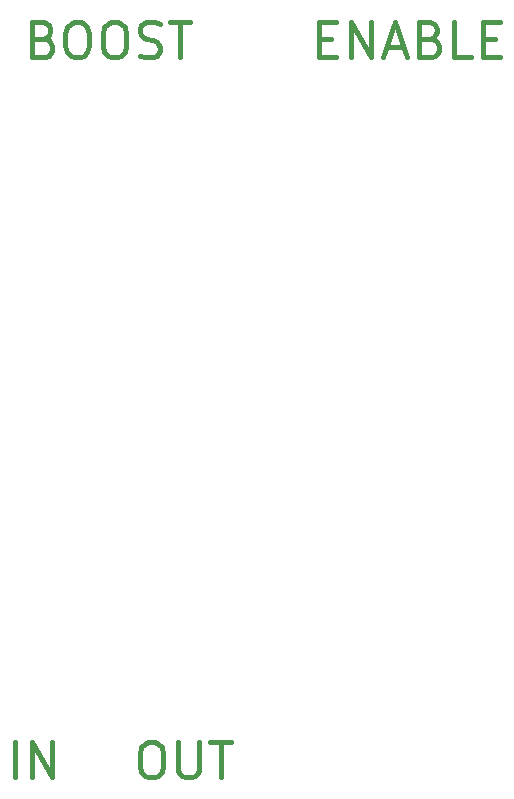
<source format=gbr>
%TF.GenerationSoftware,KiCad,Pcbnew,(6.0.5)*%
%TF.CreationDate,2023-01-21T13:23:26-05:00*%
%TF.ProjectId,valve_distortion,76616c76-655f-4646-9973-746f7274696f,rev?*%
%TF.SameCoordinates,Original*%
%TF.FileFunction,Legend,Top*%
%TF.FilePolarity,Positive*%
%FSLAX46Y46*%
G04 Gerber Fmt 4.6, Leading zero omitted, Abs format (unit mm)*
G04 Created by KiCad (PCBNEW (6.0.5)) date 2023-01-21 13:23:26*
%MOMM*%
%LPD*%
G01*
G04 APERTURE LIST*
%ADD10C,0.450000*%
%ADD11C,0.300000*%
%ADD12C,6.350000*%
%ADD13C,8.000000*%
%ADD14C,3.200000*%
%ADD15C,7.000000*%
%ADD16C,5.000000*%
G04 APERTURE END LIST*
D10*
X67630000Y-156417142D02*
X68201428Y-156417142D01*
X68487142Y-156560000D01*
X68772857Y-156845714D01*
X68915714Y-157417142D01*
X68915714Y-158417142D01*
X68772857Y-158988571D01*
X68487142Y-159274285D01*
X68201428Y-159417142D01*
X67630000Y-159417142D01*
X67344285Y-159274285D01*
X67058571Y-158988571D01*
X66915714Y-158417142D01*
X66915714Y-157417142D01*
X67058571Y-156845714D01*
X67344285Y-156560000D01*
X67630000Y-156417142D01*
X70201428Y-156417142D02*
X70201428Y-158845714D01*
X70344285Y-159131428D01*
X70487142Y-159274285D01*
X70772857Y-159417142D01*
X71344285Y-159417142D01*
X71630000Y-159274285D01*
X71772857Y-159131428D01*
X71915714Y-158845714D01*
X71915714Y-156417142D01*
X72915714Y-156417142D02*
X74630000Y-156417142D01*
X73772857Y-159417142D02*
X73772857Y-156417142D01*
X56358571Y-159417142D02*
X56358571Y-156417142D01*
X57787142Y-159417142D02*
X57787142Y-156417142D01*
X59501428Y-159417142D01*
X59501428Y-156417142D01*
X58780000Y-96885714D02*
X59208571Y-97028571D01*
X59351428Y-97171428D01*
X59494285Y-97457142D01*
X59494285Y-97885714D01*
X59351428Y-98171428D01*
X59208571Y-98314285D01*
X58922857Y-98457142D01*
X57780000Y-98457142D01*
X57780000Y-95457142D01*
X58780000Y-95457142D01*
X59065714Y-95600000D01*
X59208571Y-95742857D01*
X59351428Y-96028571D01*
X59351428Y-96314285D01*
X59208571Y-96600000D01*
X59065714Y-96742857D01*
X58780000Y-96885714D01*
X57780000Y-96885714D01*
X61351428Y-95457142D02*
X61922857Y-95457142D01*
X62208571Y-95600000D01*
X62494285Y-95885714D01*
X62637142Y-96457142D01*
X62637142Y-97457142D01*
X62494285Y-98028571D01*
X62208571Y-98314285D01*
X61922857Y-98457142D01*
X61351428Y-98457142D01*
X61065714Y-98314285D01*
X60780000Y-98028571D01*
X60637142Y-97457142D01*
X60637142Y-96457142D01*
X60780000Y-95885714D01*
X61065714Y-95600000D01*
X61351428Y-95457142D01*
X64494285Y-95457142D02*
X65065714Y-95457142D01*
X65351428Y-95600000D01*
X65637142Y-95885714D01*
X65780000Y-96457142D01*
X65780000Y-97457142D01*
X65637142Y-98028571D01*
X65351428Y-98314285D01*
X65065714Y-98457142D01*
X64494285Y-98457142D01*
X64208571Y-98314285D01*
X63922857Y-98028571D01*
X63780000Y-97457142D01*
X63780000Y-96457142D01*
X63922857Y-95885714D01*
X64208571Y-95600000D01*
X64494285Y-95457142D01*
X66922857Y-98314285D02*
X67351428Y-98457142D01*
X68065714Y-98457142D01*
X68351428Y-98314285D01*
X68494285Y-98171428D01*
X68637142Y-97885714D01*
X68637142Y-97600000D01*
X68494285Y-97314285D01*
X68351428Y-97171428D01*
X68065714Y-97028571D01*
X67494285Y-96885714D01*
X67208571Y-96742857D01*
X67065714Y-96600000D01*
X66922857Y-96314285D01*
X66922857Y-96028571D01*
X67065714Y-95742857D01*
X67208571Y-95600000D01*
X67494285Y-95457142D01*
X68208571Y-95457142D01*
X68637142Y-95600000D01*
X69494285Y-95457142D02*
X71208571Y-95457142D01*
X70351428Y-98457142D02*
X70351428Y-95457142D01*
X82108571Y-96885714D02*
X83108571Y-96885714D01*
X83537142Y-98457142D02*
X82108571Y-98457142D01*
X82108571Y-95457142D01*
X83537142Y-95457142D01*
X84822857Y-98457142D02*
X84822857Y-95457142D01*
X86537142Y-98457142D01*
X86537142Y-95457142D01*
X87822857Y-97600000D02*
X89251428Y-97600000D01*
X87537142Y-98457142D02*
X88537142Y-95457142D01*
X89537142Y-98457142D01*
X91537142Y-96885714D02*
X91965714Y-97028571D01*
X92108571Y-97171428D01*
X92251428Y-97457142D01*
X92251428Y-97885714D01*
X92108571Y-98171428D01*
X91965714Y-98314285D01*
X91680000Y-98457142D01*
X90537142Y-98457142D01*
X90537142Y-95457142D01*
X91537142Y-95457142D01*
X91822857Y-95600000D01*
X91965714Y-95742857D01*
X92108571Y-96028571D01*
X92108571Y-96314285D01*
X91965714Y-96600000D01*
X91822857Y-96742857D01*
X91537142Y-96885714D01*
X90537142Y-96885714D01*
X94965714Y-98457142D02*
X93537142Y-98457142D01*
X93537142Y-95457142D01*
X95965714Y-96885714D02*
X96965714Y-96885714D01*
X97394285Y-98457142D02*
X95965714Y-98457142D01*
X95965714Y-95457142D01*
X97394285Y-95457142D01*
%LPC*%
D11*
X63551428Y-40124761D02*
X64218095Y-42124761D01*
X64884761Y-40124761D01*
X65456190Y-41553333D02*
X66408571Y-41553333D01*
X65265714Y-42124761D02*
X65932380Y-40124761D01*
X66599047Y-42124761D01*
X68218095Y-42124761D02*
X67265714Y-42124761D01*
X67265714Y-40124761D01*
X68599047Y-40124761D02*
X69265714Y-42124761D01*
X69932380Y-40124761D01*
X70599047Y-41077142D02*
X71265714Y-41077142D01*
X71551428Y-42124761D02*
X70599047Y-42124761D01*
X70599047Y-40124761D01*
X71551428Y-40124761D01*
X73932380Y-42124761D02*
X73932380Y-40124761D01*
X74408571Y-40124761D01*
X74694285Y-40220000D01*
X74884761Y-40410476D01*
X74980000Y-40600952D01*
X75075238Y-40981904D01*
X75075238Y-41267619D01*
X74980000Y-41648571D01*
X74884761Y-41839047D01*
X74694285Y-42029523D01*
X74408571Y-42124761D01*
X73932380Y-42124761D01*
X75932380Y-42124761D02*
X75932380Y-40124761D01*
X76789523Y-42029523D02*
X77075238Y-42124761D01*
X77551428Y-42124761D01*
X77741904Y-42029523D01*
X77837142Y-41934285D01*
X77932380Y-41743809D01*
X77932380Y-41553333D01*
X77837142Y-41362857D01*
X77741904Y-41267619D01*
X77551428Y-41172380D01*
X77170476Y-41077142D01*
X76980000Y-40981904D01*
X76884761Y-40886666D01*
X76789523Y-40696190D01*
X76789523Y-40505714D01*
X76884761Y-40315238D01*
X76980000Y-40220000D01*
X77170476Y-40124761D01*
X77646666Y-40124761D01*
X77932380Y-40220000D01*
X78503809Y-40124761D02*
X79646666Y-40124761D01*
X79075238Y-42124761D02*
X79075238Y-40124761D01*
X80694285Y-40124761D02*
X81075238Y-40124761D01*
X81265714Y-40220000D01*
X81456190Y-40410476D01*
X81551428Y-40791428D01*
X81551428Y-41458095D01*
X81456190Y-41839047D01*
X81265714Y-42029523D01*
X81075238Y-42124761D01*
X80694285Y-42124761D01*
X80503809Y-42029523D01*
X80313333Y-41839047D01*
X80218095Y-41458095D01*
X80218095Y-40791428D01*
X80313333Y-40410476D01*
X80503809Y-40220000D01*
X80694285Y-40124761D01*
X83551428Y-42124761D02*
X82884761Y-41172380D01*
X82408571Y-42124761D02*
X82408571Y-40124761D01*
X83170476Y-40124761D01*
X83360952Y-40220000D01*
X83456190Y-40315238D01*
X83551428Y-40505714D01*
X83551428Y-40791428D01*
X83456190Y-40981904D01*
X83360952Y-41077142D01*
X83170476Y-41172380D01*
X82408571Y-41172380D01*
X84122857Y-40124761D02*
X85265714Y-40124761D01*
X84694285Y-42124761D02*
X84694285Y-40124761D01*
X85932380Y-42124761D02*
X85932380Y-40124761D01*
X87265714Y-40124761D02*
X87646666Y-40124761D01*
X87837142Y-40220000D01*
X88027619Y-40410476D01*
X88122857Y-40791428D01*
X88122857Y-41458095D01*
X88027619Y-41839047D01*
X87837142Y-42029523D01*
X87646666Y-42124761D01*
X87265714Y-42124761D01*
X87075238Y-42029523D01*
X86884761Y-41839047D01*
X86789523Y-41458095D01*
X86789523Y-40791428D01*
X86884761Y-40410476D01*
X87075238Y-40220000D01*
X87265714Y-40124761D01*
X88980000Y-42124761D02*
X88980000Y-40124761D01*
X90122857Y-42124761D01*
X90122857Y-40124761D01*
X67122857Y-165314761D02*
X68170476Y-163981428D01*
X67122857Y-163981428D02*
X68170476Y-165314761D01*
X68932380Y-163981428D02*
X68932380Y-165981428D01*
X68932380Y-164076666D02*
X69122857Y-163981428D01*
X69503809Y-163981428D01*
X69694285Y-164076666D01*
X69789523Y-164171904D01*
X69884761Y-164362380D01*
X69884761Y-164933809D01*
X69789523Y-165124285D01*
X69694285Y-165219523D01*
X69503809Y-165314761D01*
X69122857Y-165314761D01*
X68932380Y-165219523D01*
X71503809Y-165219523D02*
X71313333Y-165314761D01*
X70932380Y-165314761D01*
X70741904Y-165219523D01*
X70646666Y-165029047D01*
X70646666Y-164267142D01*
X70741904Y-164076666D01*
X70932380Y-163981428D01*
X71313333Y-163981428D01*
X71503809Y-164076666D01*
X71599047Y-164267142D01*
X71599047Y-164457619D01*
X70646666Y-164648095D01*
X72456190Y-165314761D02*
X72456190Y-163981428D01*
X72456190Y-164362380D02*
X72551428Y-164171904D01*
X72646666Y-164076666D01*
X72837142Y-163981428D01*
X73027619Y-163981428D01*
X73599047Y-165219523D02*
X73789523Y-165314761D01*
X74170476Y-165314761D01*
X74360952Y-165219523D01*
X74456190Y-165029047D01*
X74456190Y-164933809D01*
X74360952Y-164743333D01*
X74170476Y-164648095D01*
X73884761Y-164648095D01*
X73694285Y-164552857D01*
X73599047Y-164362380D01*
X73599047Y-164267142D01*
X73694285Y-164076666D01*
X73884761Y-163981428D01*
X74170476Y-163981428D01*
X74360952Y-164076666D01*
X76075238Y-165219523D02*
X75884761Y-165314761D01*
X75503809Y-165314761D01*
X75313333Y-165219523D01*
X75218095Y-165029047D01*
X75218095Y-164267142D01*
X75313333Y-164076666D01*
X75503809Y-163981428D01*
X75884761Y-163981428D01*
X76075238Y-164076666D01*
X76170476Y-164267142D01*
X76170476Y-164457619D01*
X75218095Y-164648095D01*
X77884761Y-165314761D02*
X77884761Y-164267142D01*
X77789523Y-164076666D01*
X77599047Y-163981428D01*
X77218095Y-163981428D01*
X77027619Y-164076666D01*
X77884761Y-165219523D02*
X77694285Y-165314761D01*
X77218095Y-165314761D01*
X77027619Y-165219523D01*
X76932380Y-165029047D01*
X76932380Y-164838571D01*
X77027619Y-164648095D01*
X77218095Y-164552857D01*
X77694285Y-164552857D01*
X77884761Y-164457619D01*
X78837142Y-165314761D02*
X78837142Y-163981428D01*
X78837142Y-163314761D02*
X78741904Y-163410000D01*
X78837142Y-163505238D01*
X78932380Y-163410000D01*
X78837142Y-163314761D01*
X78837142Y-163505238D01*
X81599047Y-165314761D02*
X81408571Y-165219523D01*
X81313333Y-165029047D01*
X81313333Y-163314761D01*
X83218095Y-165314761D02*
X83218095Y-164267142D01*
X83122857Y-164076666D01*
X82932380Y-163981428D01*
X82551428Y-163981428D01*
X82360952Y-164076666D01*
X83218095Y-165219523D02*
X83027619Y-165314761D01*
X82551428Y-165314761D01*
X82360952Y-165219523D01*
X82265714Y-165029047D01*
X82265714Y-164838571D01*
X82360952Y-164648095D01*
X82551428Y-164552857D01*
X83027619Y-164552857D01*
X83218095Y-164457619D01*
X84170476Y-165314761D02*
X84170476Y-163314761D01*
X84170476Y-164076666D02*
X84360952Y-163981428D01*
X84741904Y-163981428D01*
X84932380Y-164076666D01*
X85027619Y-164171904D01*
X85122857Y-164362380D01*
X85122857Y-164933809D01*
X85027619Y-165124285D01*
X84932380Y-165219523D01*
X84741904Y-165314761D01*
X84360952Y-165314761D01*
X84170476Y-165219523D01*
X85884761Y-165219523D02*
X86075238Y-165314761D01*
X86456190Y-165314761D01*
X86646666Y-165219523D01*
X86741904Y-165029047D01*
X86741904Y-164933809D01*
X86646666Y-164743333D01*
X86456190Y-164648095D01*
X86170476Y-164648095D01*
X85980000Y-164552857D01*
X85884761Y-164362380D01*
X85884761Y-164267142D01*
X85980000Y-164076666D01*
X86170476Y-163981428D01*
X86456190Y-163981428D01*
X86646666Y-164076666D01*
D12*
%TO.C,H6*%
X64280000Y-89480000D03*
%TD*%
D13*
%TO.C,H12*%
X70630000Y-150440000D03*
%TD*%
D14*
%TO.C,H3*%
X59080000Y-41680000D03*
%TD*%
D15*
%TO.C,H9*%
X76980000Y-119960000D03*
%TD*%
D16*
%TO.C,H8*%
X76980000Y-89480000D03*
%TD*%
D13*
%TO.C,H11*%
X57930000Y-150440000D03*
%TD*%
D12*
%TO.C,H7*%
X89680000Y-89480000D03*
%TD*%
D14*
%TO.C,H5*%
X94640000Y-164180000D03*
%TD*%
%TO.C,H4*%
X94640000Y-41680000D03*
%TD*%
%TO.C,H2*%
X59080000Y-164180000D03*
%TD*%
D15*
%TO.C,H10*%
X89680000Y-150440000D03*
%TD*%
M02*

</source>
